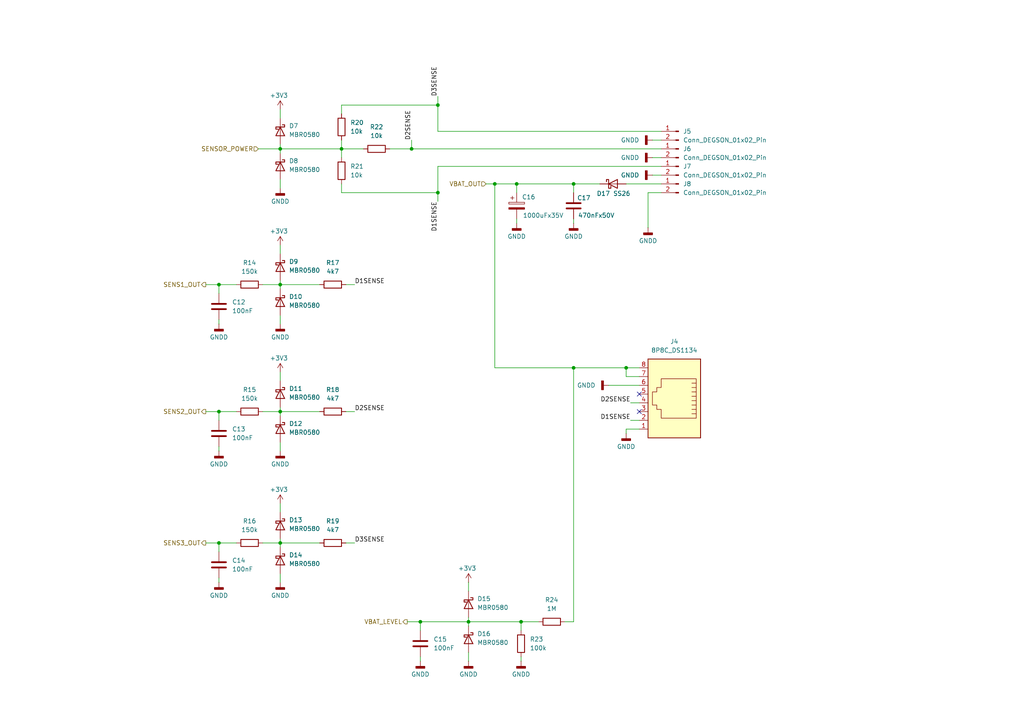
<source format=kicad_sch>
(kicad_sch (version 20250114) (generator "eeschema") (generator_version "9.0")
  (paper "A4")
  (lib_symbols
    (symbol "Device:C" (pin_numbers (hide yes)) (pin_names (offset 0.254))
      (property "Reference" "C" (at 0.635 2.54 0))
      (property "Value" "C" (at 0.635 -2.54 0))
      (symbol "C_0_1"
        (polyline (pts (xy -2.032 0.762) (xy 2.032 0.762)) (stroke (width 0.508)))
        (polyline (pts (xy -2.032 -0.762) (xy 2.032 -0.762)) (stroke (width 0.508)))
      )
      (symbol "C_1_1"
        (pin passive line (at 0 3.81 270) (length 2.794) (name "~") (number "1"))
        (pin passive line (at 0 -3.81 90) (length 2.794) (name "~") (number "2"))
      )
    )
    (symbol "Device:C_Polarized" (pin_numbers (hide yes)) (pin_names (offset 0.254))
      (property "Reference" "C" (at 0.635 2.54 0))
      (property "Value" "C_Polarized" (at 0.635 -2.54 0))
      (symbol "C_Polarized_0_1"
        (rectangle (start -2.286 0.508) (end 2.286 1.016))
        (polyline (pts (xy -1.778 2.286) (xy -0.762 2.286)))
        (polyline (pts (xy -1.27 2.794) (xy -1.27 1.778)))
        (rectangle (start 2.286 -0.508) (end -2.286 -1.016) (fill (type outline)))
      )
      (symbol "C_Polarized_1_1"
        (pin passive line (at 0 3.81 270) (length 2.794) (name "~") (number "1"))
        (pin passive line (at 0 -3.81 90) (length 2.794) (name "~") (number "2"))
      )
    )
    (symbol "Device:R" (pin_numbers (hide yes)) (pin_names (offset 0))
      (property "Reference" "R" (at 2.032 0 90))
      (property "Value" "R" (at 0 0 90))
      (symbol "R_0_1"
        (rectangle (start -1.016 -2.54) (end 1.016 2.54) (stroke (width 0.254)))
      )
      (symbol "R_1_1"
        (pin passive line (at 0 3.81 270) (length 1.27) (name "~") (number "1"))
        (pin passive line (at 0 -3.81 90) (length 1.27) (name "~") (number "2"))
      )
    )
    (symbol "Diode:MBR0580" (pin_numbers (hide yes)) (pin_names (offset 1.016) (hide yes))
      (property "Reference" "D" (at 0 2.54 0))
      (property "Value" "MBR0580" (at 0 -2.54 0))
      (symbol "MBR0580_0_1"
        (polyline (pts (xy -1.905 0.635) (xy -1.905 1.27) (xy -1.27 1.27) (xy -1.27 -1.27) (xy -0.635 -1.27) (xy -0.635 -0.635)) (stroke (width 0.254)))
        (polyline (pts (xy 1.27 1.27) (xy 1.27 -1.27) (xy -1.27 0) (xy 1.27 1.27)) (stroke (width 0.254)))
        (polyline (pts (xy 1.27 0) (xy -1.27 0)))
      )
      (symbol "MBR0580_1_1"
        (pin passive line (at -3.81 0 0) (length 2.54) (name "K") (number "1"))
        (pin passive line (at 3.81 0 180) (length 2.54) (name "A") (number "2"))
      )
    )
    (symbol "Diode:SS26" (pin_numbers (hide yes)) (pin_names (offset 1.016) (hide yes))
      (property "Reference" "D" (at 0 2.54 0))
      (property "Value" "SS26" (at 0 -2.54 0))
      (symbol "SS26_0_1"
        (polyline (pts (xy -1.905 0.635) (xy -1.905 1.27) (xy -1.27 1.27) (xy -1.27 -1.27) (xy -0.635 -1.27) (xy -0.635 -0.635)) (stroke (width 0.254)))
        (polyline (pts (xy 1.27 1.27) (xy 1.27 -1.27) (xy -1.27 0) (xy 1.27 1.27)) (stroke (width 0.254)))
        (polyline (pts (xy 1.27 0) (xy -1.27 0)))
      )
      (symbol "SS26_1_1"
        (pin passive line (at -3.81 0 0) (length 2.54) (name "K") (number "1"))
        (pin passive line (at 3.81 0 180) (length 2.54) (name "A") (number "2"))
      )
    )
    (symbol "power:+3.3V" (power) (pin_numbers (hide yes)) (pin_names (offset 0) (hide yes))
      (property "Value" "+3.3V" (at 0 3.556 0))
      (symbol "+3.3V_0_1"
        (polyline (pts (xy -0.762 1.27) (xy 0 2.54)))
        (polyline (pts (xy 0 2.54) (xy 0.762 1.27)))
        (polyline (pts (xy 0 0) (xy 0 2.54)))
      )
      (symbol "+3.3V_1_1"
        (pin power_in line (at 0 0 90) (length 0) (name "~") (number "1"))
      )
    )
    (symbol "power:GNDD" (power) (pin_numbers (hide yes)) (pin_names (offset 0) (hide yes))
      (property "Value" "GNDD" (at 0 -3.175 0))
      (symbol "GNDD_0_1"
        (rectangle (start -1.27 -1.524) (end 1.27 -2.032) (stroke (width 0.254)) (fill (type outline)))
        (polyline (pts (xy 0 0) (xy 0 -1.524)))
      )
      (symbol "GNDD_1_1"
        (pin power_in line (at 0 0 270) (length 0) (name "~") (number "1"))
      )
    )
    (symbol "symbols:8P8C_DS1134" (pin_names (offset 1.016))
      (property "Reference" "J" (at -5.08 13.97 0))
      (property "Value" "8P8C_DS1134" (at -6.604 -11.684 0))
      (symbol "8P8C_DS1134_0_1"
        (polyline (pts (xy -6.35 1.905) (xy -5.08 1.905) (xy -5.08 1.905)))
        (polyline (pts (xy -6.35 0.635) (xy -5.08 0.635) (xy -5.08 0.635)))
        (polyline (pts (xy -6.35 -0.635) (xy -5.08 -0.635) (xy -5.08 -0.635)))
        (polyline (pts (xy -6.35 -1.905) (xy -5.08 -1.905) (xy -5.08 -1.905)))
        (polyline (pts (xy -6.35 -3.175) (xy -5.08 -3.175) (xy -5.08 -3.175)))
        (polyline (pts (xy -6.35 -4.445) (xy -6.35 6.985) (xy 3.81 6.985) (xy 3.81 4.445) (xy 5.08 4.445) (xy 5.08 3.175) (xy 6.35 3.175) (xy 6.35 -0.635) (xy 5.08 -0.635) (xy 5.08 -1.905) (xy 3.81 -1.905) (xy 3.81 -4.445) (xy -6.35 -4.445) (xy -6.35 -4.445)))
        (polyline (pts (xy -5.08 5.715) (xy -6.35 5.715)))
        (polyline (pts (xy -5.08 4.445) (xy -6.35 4.445)))
        (polyline (pts (xy -5.08 3.175) (xy -6.35 3.175) (xy -6.35 3.175)))
        (rectangle (start 7.62 12.7) (end -7.62 -10.16) (stroke (width 0.254)) (fill (type background)))
      )
      (symbol "8P8C_DS1134_1_1"
        (pin passive line (at 10.16 10.16 180) (length 2.54) (name "~") (number "8"))
        (pin passive line (at 10.16 7.62 180) (length 2.54) (name "~") (number "7"))
        (pin passive line (at 10.16 5.08 180) (length 2.54) (name "~") (number "6"))
        (pin passive line (at 10.16 2.54 180) (length 2.54) (name "~") (number "5"))
        (pin passive line (at 10.16 0 180) (length 2.54) (name "~") (number "4"))
        (pin passive line (at 10.16 -2.54 180) (length 2.54) (name "~") (number "3"))
        (pin passive line (at 10.16 -5.08 180) (length 2.54) (name "~") (number "2"))
        (pin passive line (at 10.16 -7.62 180) (length 2.54) (name "~") (number "1"))
      )
    )
    (symbol "symbols:Conn_DEGSON_01x02_Pin" (pin_names (offset 1.016) (hide yes))
      (property "Reference" "J" (at 0 2.54 0))
      (property "Value" "Conn_DEGSON_01x02_Pin" (at 0 -5.08 0))
      (symbol "Conn_DEGSON_01x02_Pin_1_1"
        (rectangle (start 0.8636 0.127) (end 0 -0.127) (stroke (width 0.1524)) (fill (type outline)))
        (rectangle (start 0.8636 -2.413) (end 0 -2.667) (stroke (width 0.1524)) (fill (type outline)))
        (polyline (pts (xy 1.27 0) (xy 0.8636 0)) (stroke (width 0.1524)))
        (polyline (pts (xy 1.27 -2.54) (xy 0.8636 -2.54)) (stroke (width 0.1524)))
        (pin passive line (at 5.08 0 180) (length 3.81) (name "Pin_1") (number "1"))
        (pin passive line (at 5.08 -2.54 180) (length 3.81) (name "Pin_2") (number "2"))
      )
    )
  )
  (junction (at 63.5 119.38))
  (junction (at 99.06 43.18))
  (junction (at 121.92 180.34))
  (junction (at 135.89 180.34))
  (junction (at 166.37 106.68))
  (junction (at 149.86 53.34))
  (junction (at 63.5 82.55))
  (junction (at 81.28 43.18))
  (junction (at 81.28 119.38))
  (junction (at 127 55.88))
  (junction (at 81.28 82.55))
  (junction (at 119.38 43.18))
  (junction (at 151.13 180.34))
  (junction (at 181.61 106.68))
  (junction (at 81.28 157.48))
  (junction (at 63.5 157.48))
  (junction (at 143.51 53.34))
  (junction (at 127 30.48))
  (junction (at 166.37 53.34))
  (no_connect (at 185.42 119.38))
  (no_connect (at 185.42 114.3))
  (wire (pts (xy 119.38 43.18) (xy 191.77 43.18)))
  (wire (pts (xy 127 48.26) (xy 191.77 48.26)))
  (wire (pts (xy 63.5 82.55) (xy 63.5 85.09)))
  (wire (pts (xy 76.2 119.38) (xy 81.28 119.38)))
  (wire (pts (xy 121.92 180.34) (xy 121.92 182.88)))
  (wire (pts (xy 81.28 71.12) (xy 81.28 73.66)))
  (wire (pts (xy 187.96 55.88) (xy 187.96 66.04)))
  (wire (pts (xy 81.28 107.95) (xy 81.28 110.49)))
  (wire (pts (xy 81.28 43.18) (xy 81.28 44.45)))
  (wire (pts (xy 166.37 63.5) (xy 166.37 64.77)))
  (wire (pts (xy 81.28 82.55) (xy 92.71 82.55)))
  (wire (pts (xy 151.13 190.5) (xy 151.13 191.77)))
  (wire (pts (xy 166.37 53.34) (xy 173.99 53.34)))
  (wire (pts (xy 163.83 180.34) (xy 166.37 180.34)))
  (wire (pts (xy 59.69 157.48) (xy 63.5 157.48)))
  (wire (pts (xy 189.23 45.72) (xy 191.77 45.72)))
  (wire (pts (xy 99.06 30.48) (xy 127 30.48)))
  (wire (pts (xy 63.5 157.48) (xy 63.5 160.02)))
  (wire (pts (xy 135.89 180.34) (xy 151.13 180.34)))
  (wire (pts (xy 81.28 119.38) (xy 81.28 120.65)))
  (wire (pts (xy 63.5 157.48) (xy 68.58 157.48)))
  (wire (pts (xy 63.5 82.55) (xy 68.58 82.55)))
  (wire (pts (xy 189.23 50.8) (xy 191.77 50.8)))
  (wire (pts (xy 143.51 53.34) (xy 149.86 53.34)))
  (wire (pts (xy 81.28 118.11) (xy 81.28 119.38)))
  (wire (pts (xy 166.37 55.88) (xy 166.37 53.34)))
  (wire (pts (xy 127 38.1) (xy 191.77 38.1)))
  (wire (pts (xy 181.61 53.34) (xy 191.77 53.34)))
  (wire (pts (xy 81.28 156.21) (xy 81.28 157.48)))
  (wire (pts (xy 121.92 190.5) (xy 121.92 191.77)))
  (wire (pts (xy 135.89 189.23) (xy 135.89 191.77)))
  (wire (pts (xy 81.28 157.48) (xy 81.28 158.75)))
  (wire (pts (xy 185.42 111.76) (xy 176.53 111.76)))
  (wire (pts (xy 185.42 109.22) (xy 181.61 109.22)))
  (wire (pts (xy 99.06 40.64) (xy 99.06 43.18)))
  (wire (pts (xy 185.42 106.68) (xy 181.61 106.68)))
  (wire (pts (xy 81.28 52.07) (xy 81.28 54.61)))
  (wire (pts (xy 149.86 55.88) (xy 149.86 53.34)))
  (wire (pts (xy 118.11 180.34) (xy 121.92 180.34)))
  (wire (pts (xy 99.06 53.34) (xy 99.06 55.88)))
  (wire (pts (xy 151.13 180.34) (xy 151.13 182.88)))
  (wire (pts (xy 63.5 119.38) (xy 68.58 119.38)))
  (wire (pts (xy 166.37 106.68) (xy 166.37 180.34)))
  (wire (pts (xy 81.28 119.38) (xy 92.71 119.38)))
  (wire (pts (xy 143.51 53.34) (xy 143.51 106.68)))
  (wire (pts (xy 185.42 116.84) (xy 182.88 116.84)))
  (wire (pts (xy 149.86 53.34) (xy 166.37 53.34)))
  (wire (pts (xy 63.5 119.38) (xy 63.5 121.92)))
  (wire (pts (xy 166.37 106.68) (xy 181.61 106.68)))
  (wire (pts (xy 74.93 43.18) (xy 81.28 43.18)))
  (wire (pts (xy 140.97 53.34) (xy 143.51 53.34)))
  (wire (pts (xy 127 55.88) (xy 127 58.42)))
  (wire (pts (xy 81.28 31.75) (xy 81.28 34.29)))
  (wire (pts (xy 149.86 63.5) (xy 149.86 64.77)))
  (wire (pts (xy 76.2 157.48) (xy 81.28 157.48)))
  (wire (pts (xy 191.77 55.88) (xy 187.96 55.88)))
  (wire (pts (xy 143.51 106.68) (xy 166.37 106.68)))
  (wire (pts (xy 81.28 91.44) (xy 81.28 93.98)))
  (wire (pts (xy 185.42 121.92) (xy 182.88 121.92)))
  (wire (pts (xy 127 30.48) (xy 127 38.1)))
  (wire (pts (xy 99.06 43.18) (xy 99.06 45.72)))
  (wire (pts (xy 181.61 124.46) (xy 181.61 125.73)))
  (wire (pts (xy 113.03 43.18) (xy 119.38 43.18)))
  (wire (pts (xy 63.5 167.64) (xy 63.5 168.91)))
  (wire (pts (xy 189.23 40.64) (xy 191.77 40.64)))
  (wire (pts (xy 100.33 82.55) (xy 102.87 82.55)))
  (wire (pts (xy 81.28 82.55) (xy 81.28 83.82)))
  (wire (pts (xy 121.92 180.34) (xy 135.89 180.34)))
  (wire (pts (xy 135.89 179.07) (xy 135.89 180.34)))
  (wire (pts (xy 59.69 119.38) (xy 63.5 119.38)))
  (wire (pts (xy 151.13 180.34) (xy 156.21 180.34)))
  (wire (pts (xy 81.28 157.48) (xy 92.71 157.48)))
  (wire (pts (xy 99.06 30.48) (xy 99.06 33.02)))
  (wire (pts (xy 119.38 40.64) (xy 119.38 43.18)))
  (wire (pts (xy 81.28 166.37) (xy 81.28 168.91)))
  (wire (pts (xy 127 27.94) (xy 127 30.48)))
  (wire (pts (xy 81.28 128.27) (xy 81.28 130.81)))
  (wire (pts (xy 99.06 43.18) (xy 105.41 43.18)))
  (wire (pts (xy 81.28 146.05) (xy 81.28 148.59)))
  (wire (pts (xy 63.5 92.71) (xy 63.5 93.98)))
  (wire (pts (xy 63.5 129.54) (xy 63.5 130.81)))
  (wire (pts (xy 127 55.88) (xy 127 48.26)))
  (wire (pts (xy 185.42 124.46) (xy 181.61 124.46)))
  (wire (pts (xy 135.89 168.91) (xy 135.89 171.45)))
  (wire (pts (xy 135.89 180.34) (xy 135.89 181.61)))
  (wire (pts (xy 100.33 157.48) (xy 102.87 157.48)))
  (wire (pts (xy 100.33 119.38) (xy 102.87 119.38)))
  (wire (pts (xy 59.69 82.55) (xy 63.5 82.55)))
  (wire (pts (xy 99.06 55.88) (xy 127 55.88)))
  (wire (pts (xy 76.2 82.55) (xy 81.28 82.55)))
  (wire (pts (xy 81.28 81.28) (xy 81.28 82.55)))
  (wire (pts (xy 81.28 41.91) (xy 81.28 43.18)))
  (wire (pts (xy 181.61 109.22) (xy 181.61 106.68)))
  (wire (pts (xy 81.28 43.18) (xy 99.06 43.18)))
  (label "D2SENSE" (at 119.38 40.64 90))
  (label "D1SENSE" (at 102.87 82.55 0))
  (label "D3SENSE" (at 127 27.94 90))
  (label "D3SENSE" (at 102.87 157.48 0))
  (label "D2SENSE" (at 182.88 116.84 180))
  (label "D2SENSE" (at 102.87 119.38 0))
  (label "D1SENSE" (at 182.88 121.92 180))
  (label "D1SENSE" (at 127 58.42 270))
  (hierarchical_label "VBAT_OUT" (shape input) (at 140.97 53.34 180))
  (hierarchical_label "SENS1_OUT" (shape output) (at 59.69 82.55 180))
  (hierarchical_label "SENSOR_POWER" (shape input) (at 74.93 43.18 180))
  (hierarchical_label "SENS3_OUT" (shape output) (at 59.69 157.48 180))
  (hierarchical_label "SENS2_OUT" (shape output) (at 59.69 119.38 180))
  (hierarchical_label "VBAT_LEVEL" (shape output) (at 118.11 180.34 180))
  (symbol (lib_id "power:GNDD") (at 121.92 191.77 0) (unit 1)
    (property "Reference" "#PWR042" (effects (hide yes)))
    (property "Value" "GNDD" (at 121.92 195.58 0))
    (property "Description" "Power symbol creates a global label with name \"GNDD\" , digital ground" (effects (hide yes)))
  )
  (symbol (lib_id "power:GNDD") (at 81.28 168.91 0) (unit 1)
    (property "Reference" "#PWR041" (effects (hide yes)))
    (property "Value" "GNDD" (at 81.28 172.72 0))
    (property "Description" "Power symbol creates a global label with name \"GNDD\" , digital ground" (effects (hide yes)))
  )
  (symbol (lib_id "power:GNDD") (at 181.61 125.73 0) (mirror y) (unit 1)
    (property "Reference" "#PWR049" (effects (hide yes)))
    (property "Value" "GNDD" (at 181.61 129.54 0))
    (property "Description" "Power symbol creates a global label with name \"GNDD\" , digital ground" (effects (hide yes)))
  )
  (symbol (lib_id "power:GNDD") (at 189.23 50.8 270) (unit 1)
    (property "Reference" "#PWR053" (effects (hide yes)))
    (property "Value" "GNDD" (at 185.42 50.7999 90) (effects (justify right)))
    (property "Description" "Power symbol creates a global label with name \"GNDD\" , digital ground" (effects (hide yes)))
  )
  (symbol (lib_id "Device:R") (at 160.02 180.34 90) (unit 1)
    (property "Reference" "R24" (at 160.02 173.99 90))
    (property "Value" "1M" (at 160.02 176.53 90))
    (property "Footprint" "Resistor_SMD:R_0805_2012Metric_Pad1.20x1.40mm_HandSolder" (effects (hide yes)))
    (property "Description" "Resistor" (effects (hide yes)))
  )
  (symbol (lib_id "Device:C") (at 63.5 163.83 180) (unit 1)
    (property "Reference" "C14" (at 67.31 162.5599 0) (effects (justify right)))
    (property "Value" "100nF" (at 67.31 165.0999 0) (effects (justify right)))
    (property "Footprint" "Capacitor_SMD:C_0805_2012Metric_Pad1.18x1.45mm_HandSolder" (effects (hide yes)))
    (property "Description" "Unpolarized capacitor" (effects (hide yes)))
  )
  (symbol (lib_id "symbols:Conn_DEGSON_01x02_Pin") (at 196.85 48.26 0) (mirror y) (unit 1)
    (property "Reference" "J7" (at 198.12 48.2599 0) (effects (justify right)))
    (property "Value" "Conn_DEGSON_01x02_Pin" (at 198.12 50.7999 0) (effects (justify right)))
    (property "Footprint" "footprints:DEGSON_DG390-5.0-02P_1x02_P5.0mm_Vertical" (effects (hide yes)))
    (property "Datasheet" "kicad-embed://DG390-5.0-XXP-1Y-00A&Z(H).pdf" (effects (hide yes)))
    (property "Description" "Push-in connector horizontal, single row, 01x02, script generated" (effects (hide yes)))
  )
  (symbol (lib_id "symbols:Conn_DEGSON_01x02_Pin") (at 196.85 53.34 0) (mirror y) (unit 1)
    (property "Reference" "J8" (at 198.12 53.3399 0) (effects (justify right)))
    (property "Value" "Conn_DEGSON_01x02_Pin" (at 198.12 55.8799 0) (effects (justify right)))
    (property "Footprint" "footprints:DEGSON_DG390-5.0-02P_1x02_P5.0mm_Vertical" (effects (hide yes)))
    (property "Datasheet" "kicad-embed://DG390-5.0-XXP-1Y-00A&Z(H).pdf" (effects (hide yes)))
    (property "Description" "Push-in connector horizontal, single row, 01x02, script generated" (effects (hide yes)))
  )
  (symbol (lib_id "power:GNDD") (at 149.86 64.77 0) (unit 1)
    (property "Reference" "#PWR045" (effects (hide yes)))
    (property "Value" "GNDD" (at 149.86 68.58 0))
    (property "Description" "Power symbol creates a global label with name \"GNDD\" , digital ground" (effects (hide yes)))
  )
  (symbol (lib_id "Diode:MBR0580") (at 81.28 48.26 270) (unit 1)
    (property "Reference" "D8" (at 83.82 46.6724 90) (effects (justify left)))
    (property "Value" "MBR0580" (at 83.82 49.2124 90) (effects (justify left)))
    (property "Footprint" "Diode_SMD:D_SOD-123" (effects (hide yes)))
    (property "Datasheet" "http://www.mccsemi.com/up_pdf/MBR0520~MBR0580(SOD123).pdf" (effects (hide yes)))
    (property "Description" "80V 0.5A Schottky Power Rectifier Diode, SOD-123" (effects (hide yes)))
  )
  (symbol (lib_id "Device:C") (at 63.5 88.9 180) (unit 1)
    (property "Reference" "C12" (at 67.31 87.6299 0) (effects (justify right)))
    (property "Value" "100nF" (at 67.31 90.1699 0) (effects (justify right)))
    (property "Footprint" "Capacitor_SMD:C_0805_2012Metric_Pad1.18x1.45mm_HandSolder" (effects (hide yes)))
    (property "Description" "Unpolarized capacitor" (effects (hide yes)))
  )
  (symbol (lib_id "Device:R") (at 96.52 82.55 90) (unit 1)
    (property "Reference" "R17" (at 96.52 76.2 90))
    (property "Value" "4k7" (at 96.52 78.74 90))
    (property "Footprint" "Resistor_SMD:R_0805_2012Metric_Pad1.20x1.40mm_HandSolder" (effects (hide yes)))
    (property "Description" "Resistor" (effects (hide yes)))
  )
  (symbol (lib_id "Diode:MBR0580") (at 81.28 38.1 270) (unit 1)
    (property "Reference" "D7" (at 83.82 36.5124 90) (effects (justify left)))
    (property "Value" "MBR0580" (at 83.82 39.0524 90) (effects (justify left)))
    (property "Footprint" "Diode_SMD:D_SOD-123" (effects (hide yes)))
    (property "Datasheet" "http://www.mccsemi.com/up_pdf/MBR0520~MBR0580(SOD123).pdf" (effects (hide yes)))
    (property "Description" "80V 0.5A Schottky Power Rectifier Diode, SOD-123" (effects (hide yes)))
  )
  (symbol (lib_id "power:GNDD") (at 189.23 45.72 270) (unit 1)
    (property "Reference" "#PWR052" (effects (hide yes)))
    (property "Value" "GNDD" (at 185.42 45.7199 90) (effects (justify right)))
    (property "Description" "Power symbol creates a global label with name \"GNDD\" , digital ground" (effects (hide yes)))
  )
  (symbol (lib_id "power:GNDD") (at 81.28 93.98 0) (unit 1)
    (property "Reference" "#PWR037" (effects (hide yes)))
    (property "Value" "GNDD" (at 81.28 97.79 0))
    (property "Description" "Power symbol creates a global label with name \"GNDD\" , digital ground" (effects (hide yes)))
  )
  (symbol (lib_id "power:+3.3V") (at 135.89 168.91 0) (unit 1)
    (property "Reference" "#PWR043" (effects (hide yes)))
    (property "Value" "+3V3" (at 132.842 164.846 0) (effects (justify left)))
    (property "Description" "Power symbol creates a global label with name \"+3.3V\"" (effects (hide yes)))
  )
  (symbol (lib_id "power:GNDD") (at 187.96 66.04 0) (unit 1)
    (property "Reference" "#PWR050" (effects (hide yes)))
    (property "Value" "GNDD" (at 187.96 69.85 0))
    (property "Description" "Power symbol creates a global label with name \"GNDD\" , digital ground" (effects (hide yes)))
  )
  (symbol (lib_id "symbols:Conn_DEGSON_01x02_Pin") (at 196.85 38.1 0) (mirror y) (unit 1)
    (property "Reference" "J5" (at 198.12 38.0999 0) (effects (justify right)))
    (property "Value" "Conn_DEGSON_01x02_Pin" (at 198.12 40.6399 0) (effects (justify right)))
    (property "Footprint" "footprints:DEGSON_DG390-5.0-02P_1x02_P5.0mm_Vertical" (effects (hide yes)))
    (property "Datasheet" "kicad-embed://DG390-5.0-XXP-1Y-00A&Z(H).pdf" (effects (hide yes)))
    (property "Description" "Push-in connector horizontal, single row, 01x02, script generated" (effects (hide yes)))
  )
  (symbol (lib_id "Device:R") (at 96.52 119.38 90) (unit 1)
    (property "Reference" "R18" (at 96.52 113.03 90))
    (property "Value" "4k7" (at 96.52 115.57 90))
    (property "Footprint" "Resistor_SMD:R_0805_2012Metric_Pad1.20x1.40mm_HandSolder" (effects (hide yes)))
    (property "Description" "Resistor" (effects (hide yes)))
  )
  (symbol (lib_id "power:GNDD") (at 81.28 130.81 0) (unit 1)
    (property "Reference" "#PWR039" (effects (hide yes)))
    (property "Value" "GNDD" (at 81.28 134.62 0))
    (property "Description" "Power symbol creates a global label with name \"GNDD\" , digital ground" (effects (hide yes)))
  )
  (symbol (lib_id "Device:R") (at 151.13 186.69 0) (unit 1)
    (property "Reference" "R23" (at 153.67 185.4199 0) (effects (justify left)))
    (property "Value" "100k" (at 153.67 187.9599 0) (effects (justify left)))
    (property "Footprint" "Resistor_SMD:R_0805_2012Metric_Pad1.20x1.40mm_HandSolder" (effects (hide yes)))
    (property "Description" "Resistor" (effects (hide yes)))
  )
  (symbol (lib_id "power:+3.3V") (at 81.28 31.75 0) (unit 1)
    (property "Reference" "#PWR034" (effects (hide yes)))
    (property "Value" "+3V3" (at 78.232 27.686 0) (effects (justify left)))
    (property "Description" "Power symbol creates a global label with name \"+3.3V\"" (effects (hide yes)))
  )
  (symbol (lib_id "symbols:8P8C_DS1134") (at 195.58 116.84 0) (mirror y) (unit 1)
    (property "Reference" "J4" (at 195.58 99.06 0))
    (property "Value" "8P8C_DS1134" (at 195.58 101.6 0))
    (property "Footprint" "footprints:RJ45_DS1134-8P8CX_Horizontal" (effects (hide yes)))
    (property "Datasheet" "kicad-embed://DS1134.pdf" (effects (hide yes)))
    (property "Description" "RJ connector, 8P8C (8 positions 8 connected), RJ31/RJ32/RJ33/RJ34/RJ35/RJ41/RJ45/RJ49/RJ61" (effects (hide yes)))
  )
  (symbol (lib_id "power:GNDD") (at 63.5 93.98 0) (unit 1)
    (property "Reference" "#PWR031" (effects (hide yes)))
    (property "Value" "GNDD" (at 63.5 97.79 0))
    (property "Description" "Power symbol creates a global label with name \"GNDD\" , digital ground" (effects (hide yes)))
  )
  (symbol (lib_id "Device:C") (at 166.37 59.69 0) (unit 1)
    (property "Reference" "C17" (at 167.386 57.404 0) (effects (justify left)))
    (property "Value" "470nFx50V" (at 167.64 62.484 0) (effects (justify left)))
    (property "Footprint" "Capacitor_SMD:C_0805_2012Metric_Pad1.18x1.45mm_HandSolder" (effects (hide yes)))
    (property "Description" "Unpolarized capacitor" (effects (hide yes)))
  )
  (symbol (lib_id "Diode:SS26") (at 177.8 53.34 0) (unit 1)
    (property "Reference" "D17" (at 175.006 56.134 0))
    (property "Value" "SS26" (at 180.34 56.134 0))
    (property "Footprint" "Diode_SMD:D_SMA" (effects (hide yes)))
    (property "Datasheet" "https://www.vishay.com/docs/88748/ss22.pdf" (effects (hide yes)))
    (property "Description" "60V 2A Schottky Diode, SMA" (effects (hide yes)))
  )
  (symbol (lib_id "Diode:MBR0580") (at 135.89 185.42 270) (unit 1)
    (property "Reference" "D16" (at 138.43 183.8324 90) (effects (justify left)))
    (property "Value" "MBR0580" (at 138.43 186.3724 90) (effects (justify left)))
    (property "Footprint" "Diode_SMD:D_SOD-123" (effects (hide yes)))
    (property "Datasheet" "http://www.mccsemi.com/up_pdf/MBR0520~MBR0580(SOD123).pdf" (effects (hide yes)))
    (property "Description" "80V 0.5A Schottky Power Rectifier Diode, SOD-123" (effects (hide yes)))
  )
  (symbol (lib_id "power:GNDD") (at 176.53 111.76 270) (mirror x) (unit 1)
    (property "Reference" "#PWR048" (effects (hide yes)))
    (property "Value" "GNDD" (at 172.72 111.7599 90) (effects (justify right)))
    (property "Description" "Power symbol creates a global label with name \"GNDD\" , digital ground" (effects (hide yes)))
  )
  (symbol (lib_id "power:GNDD") (at 135.89 191.77 0) (unit 1)
    (property "Reference" "#PWR044" (effects (hide yes)))
    (property "Value" "GNDD" (at 135.89 195.58 0))
    (property "Description" "Power symbol creates a global label with name \"GNDD\" , digital ground" (effects (hide yes)))
  )
  (symbol (lib_id "power:GNDD") (at 63.5 168.91 0) (unit 1)
    (property "Reference" "#PWR033" (effects (hide yes)))
    (property "Value" "GNDD" (at 63.5 172.72 0))
    (property "Description" "Power symbol creates a global label with name \"GNDD\" , digital ground" (effects (hide yes)))
  )
  (symbol (lib_id "Device:C_Polarized") (at 149.86 59.69 0) (unit 1)
    (property "Reference" "C16" (at 151.384 57.15 0) (effects (justify left)))
    (property "Value" "1000uFx35V" (at 151.638 62.484 0) (effects (justify left)))
    (property "Footprint" "Capacitor_THT:CP_Radial_D12.5mm_P5.00mm" (effects (hide yes)))
    (property "Description" "Polarized capacitor" (effects (hide yes)))
  )
  (symbol (lib_id "Diode:MBR0580") (at 81.28 162.56 270) (unit 1)
    (property "Reference" "D14" (at 83.82 160.9724 90) (effects (justify left)))
    (property "Value" "MBR0580" (at 83.82 163.5124 90) (effects (justify left)))
    (property "Footprint" "Diode_SMD:D_SOD-123" (effects (hide yes)))
    (property "Datasheet" "http://www.mccsemi.com/up_pdf/MBR0520~MBR0580(SOD123).pdf" (effects (hide yes)))
    (property "Description" "80V 0.5A Schottky Power Rectifier Diode, SOD-123" (effects (hide yes)))
  )
  (symbol (lib_id "power:+3.3V") (at 81.28 107.95 0) (unit 1)
    (property "Reference" "#PWR038" (effects (hide yes)))
    (property "Value" "+3V3" (at 78.232 103.886 0) (effects (justify left)))
    (property "Description" "Power symbol creates a global label with name \"+3.3V\"" (effects (hide yes)))
  )
  (symbol (lib_id "Device:R") (at 99.06 36.83 0) (unit 1)
    (property "Reference" "R20" (at 101.6 35.5599 0) (effects (justify left)))
    (property "Value" "10k" (at 101.6 38.0999 0) (effects (justify left)))
    (property "Footprint" "Resistor_SMD:R_0805_2012Metric_Pad1.20x1.40mm_HandSolder" (effects (hide yes)))
    (property "Description" "Resistor" (effects (hide yes)))
  )
  (symbol (lib_id "Device:C") (at 121.92 186.69 180) (unit 1)
    (property "Reference" "C15" (at 125.73 185.4199 0) (effects (justify right)))
    (property "Value" "100nF" (at 125.73 187.9599 0) (effects (justify right)))
    (property "Footprint" "Capacitor_SMD:C_0805_2012Metric_Pad1.18x1.45mm_HandSolder" (effects (hide yes)))
    (property "Description" "Unpolarized capacitor" (effects (hide yes)))
  )
  (symbol (lib_id "Diode:MBR0580") (at 81.28 152.4 270) (unit 1)
    (property "Reference" "D13" (at 83.82 150.8124 90) (effects (justify left)))
    (property "Value" "MBR0580" (at 83.82 153.3524 90) (effects (justify left)))
    (property "Footprint" "Diode_SMD:D_SOD-123" (effects (hide yes)))
    (property "Datasheet" "http://www.mccsemi.com/up_pdf/MBR0520~MBR0580(SOD123).pdf" (effects (hide yes)))
    (property "Description" "80V 0.5A Schottky Power Rectifier Diode, SOD-123" (effects (hide yes)))
  )
  (symbol (lib_id "Device:R") (at 99.06 49.53 0) (unit 1)
    (property "Reference" "R21" (at 101.6 48.2599 0) (effects (justify left)))
    (property "Value" "10k" (at 101.6 50.7999 0) (effects (justify left)))
    (property "Footprint" "Resistor_SMD:R_0805_2012Metric_Pad1.20x1.40mm_HandSolder" (effects (hide yes)))
    (property "Description" "Resistor" (effects (hide yes)))
  )
  (symbol (lib_id "Device:R") (at 72.39 157.48 90) (unit 1)
    (property "Reference" "R16" (at 72.39 151.13 90))
    (property "Value" "150k" (at 72.39 153.67 90))
    (property "Footprint" "Resistor_SMD:R_0805_2012Metric_Pad1.20x1.40mm_HandSolder" (effects (hide yes)))
    (property "Description" "Resistor" (effects (hide yes)))
  )
  (symbol (lib_id "power:+3.3V") (at 81.28 146.05 0) (unit 1)
    (property "Reference" "#PWR040" (effects (hide yes)))
    (property "Value" "+3V3" (at 78.232 141.986 0) (effects (justify left)))
    (property "Description" "Power symbol creates a global label with name \"+3.3V\"" (effects (hide yes)))
  )
  (symbol (lib_id "power:GNDD") (at 166.37 64.77 0) (unit 1)
    (property "Reference" "#PWR047" (effects (hide yes)))
    (property "Value" "GNDD" (at 166.37 68.58 0))
    (property "Description" "Power symbol creates a global label with name \"GNDD\" , digital ground" (effects (hide yes)))
  )
  (symbol (lib_id "Device:C") (at 63.5 125.73 180) (unit 1)
    (property "Reference" "C13" (at 67.31 124.4599 0) (effects (justify right)))
    (property "Value" "100nF" (at 67.31 126.9999 0) (effects (justify right)))
    (property "Footprint" "Capacitor_SMD:C_0805_2012Metric_Pad1.18x1.45mm_HandSolder" (effects (hide yes)))
    (property "Description" "Unpolarized capacitor" (effects (hide yes)))
  )
  (symbol (lib_id "power:GNDD") (at 81.28 54.61 0) (unit 1)
    (property "Reference" "#PWR035" (effects (hide yes)))
    (property "Value" "GNDD" (at 81.28 58.42 0))
    (property "Description" "Power symbol creates a global label with name \"GNDD\" , digital ground" (effects (hide yes)))
  )
  (symbol (lib_id "Diode:MBR0580") (at 81.28 77.47 270) (unit 1)
    (property "Reference" "D9" (at 83.82 75.8824 90) (effects (justify left)))
    (property "Value" "MBR0580" (at 83.82 78.4224 90) (effects (justify left)))
    (property "Footprint" "Diode_SMD:D_SOD-123" (effects (hide yes)))
    (property "Datasheet" "http://www.mccsemi.com/up_pdf/MBR0520~MBR0580(SOD123).pdf" (effects (hide yes)))
    (property "Description" "80V 0.5A Schottky Power Rectifier Diode, SOD-123" (effects (hide yes)))
  )
  (symbol (lib_id "Diode:MBR0580") (at 81.28 114.3 270) (unit 1)
    (property "Reference" "D11" (at 83.82 112.7124 90) (effects (justify left)))
    (property "Value" "MBR0580" (at 83.82 115.2524 90) (effects (justify left)))
    (property "Footprint" "Diode_SMD:D_SOD-123" (effects (hide yes)))
    (property "Datasheet" "http://www.mccsemi.com/up_pdf/MBR0520~MBR0580(SOD123).pdf" (effects (hide yes)))
    (property "Description" "80V 0.5A Schottky Power Rectifier Diode, SOD-123" (effects (hide yes)))
  )
  (symbol (lib_id "power:GNDD") (at 63.5 130.81 0) (unit 1)
    (property "Reference" "#PWR032" (effects (hide yes)))
    (property "Value" "GNDD" (at 63.5 134.62 0))
    (property "Description" "Power symbol creates a global label with name \"GNDD\" , digital ground" (effects (hide yes)))
  )
  (symbol (lib_id "Device:R") (at 109.22 43.18 90) (unit 1)
    (property "Reference" "R22" (at 109.22 36.83 90))
    (property "Value" "10k" (at 109.22 39.37 90))
    (property "Footprint" "Resistor_SMD:R_0805_2012Metric_Pad1.20x1.40mm_HandSolder" (effects (hide yes)))
    (property "Description" "Resistor" (effects (hide yes)))
  )
  (symbol (lib_id "Diode:MBR0580") (at 81.28 124.46 270) (unit 1)
    (property "Reference" "D12" (at 83.82 122.8724 90) (effects (justify left)))
    (property "Value" "MBR0580" (at 83.82 125.4124 90) (effects (justify left)))
    (property "Footprint" "Diode_SMD:D_SOD-123" (effects (hide yes)))
    (property "Datasheet" "http://www.mccsemi.com/up_pdf/MBR0520~MBR0580(SOD123).pdf" (effects (hide yes)))
    (property "Description" "80V 0.5A Schottky Power Rectifier Diode, SOD-123" (effects (hide yes)))
  )
  (symbol (lib_id "Device:R") (at 96.52 157.48 90) (unit 1)
    (property "Reference" "R19" (at 96.52 151.13 90))
    (property "Value" "4k7" (at 96.52 153.67 90))
    (property "Footprint" "Resistor_SMD:R_0805_2012Metric_Pad1.20x1.40mm_HandSolder" (effects (hide yes)))
    (property "Description" "Resistor" (effects (hide yes)))
  )
  (symbol (lib_id "Diode:MBR0580") (at 81.28 87.63 270) (unit 1)
    (property "Reference" "D10" (at 83.82 86.0424 90) (effects (justify left)))
    (property "Value" "MBR0580" (at 83.82 88.5824 90) (effects (justify left)))
    (property "Footprint" "Diode_SMD:D_SOD-123" (effects (hide yes)))
    (property "Datasheet" "http://www.mccsemi.com/up_pdf/MBR0520~MBR0580(SOD123).pdf" (effects (hide yes)))
    (property "Description" "80V 0.5A Schottky Power Rectifier Diode, SOD-123" (effects (hide yes)))
  )
  (symbol (lib_id "symbols:Conn_DEGSON_01x02_Pin") (at 196.85 43.18 0) (mirror y) (unit 1)
    (property "Reference" "J6" (at 198.12 43.1799 0) (effects (justify right)))
    (property "Value" "Conn_DEGSON_01x02_Pin" (at 198.12 45.7199 0) (effects (justify right)))
    (property "Footprint" "footprints:DEGSON_DG390-5.0-02P_1x02_P5.0mm_Vertical" (effects (hide yes)))
    (property "Datasheet" "kicad-embed://DG390-5.0-XXP-1Y-00A&Z(H).pdf" (effects (hide yes)))
    (property "Description" "Push-in connector horizontal, single row, 01x02, script generated" (effects (hide yes)))
  )
  (symbol (lib_id "Device:R") (at 72.39 119.38 90) (unit 1)
    (property "Reference" "R15" (at 72.39 113.03 90))
    (property "Value" "150k" (at 72.39 115.57 90))
    (property "Footprint" "Resistor_SMD:R_0805_2012Metric_Pad1.20x1.40mm_HandSolder" (effects (hide yes)))
    (property "Description" "Resistor" (effects (hide yes)))
  )
  (symbol (lib_id "power:GNDD") (at 189.23 40.64 270) (unit 1)
    (property "Reference" "#PWR051" (effects (hide yes)))
    (property "Value" "GNDD" (at 185.42 40.6399 90) (effects (justify right)))
    (property "Description" "Power symbol creates a global label with name \"GNDD\" , digital ground" (effects (hide yes)))
  )
  (symbol (lib_id "Device:R") (at 72.39 82.55 90) (unit 1)
    (property "Reference" "R14" (at 72.39 76.2 90))
    (property "Value" "150k" (at 72.39 78.74 90))
    (property "Footprint" "Resistor_SMD:R_0805_2012Metric_Pad1.20x1.40mm_HandSolder" (effects (hide yes)))
    (property "Description" "Resistor" (effects (hide yes)))
  )
  (symbol (lib_id "Diode:MBR0580") (at 135.89 175.26 270) (unit 1)
    (property "Reference" "D15" (at 138.43 173.6724 90) (effects (justify left)))
    (property "Value" "MBR0580" (at 138.43 176.2124 90) (effects (justify left)))
    (property "Footprint" "Diode_SMD:D_SOD-123" (effects (hide yes)))
    (property "Datasheet" "http://www.mccsemi.com/up_pdf/MBR0520~MBR0580(SOD123).pdf" (effects (hide yes)))
    (property "Description" "80V 0.5A Schottky Power Rectifier Diode, SOD-123" (effects (hide yes)))
  )
  (symbol (lib_id "power:GNDD") (at 151.13 191.77 0) (unit 1)
    (property "Reference" "#PWR046" (effects (hide yes)))
    (property "Value" "GNDD" (at 151.13 195.58 0))
    (property "Description" "Power symbol creates a global label with name \"GNDD\" , digital ground" (effects (hide yes)))
  )
  (symbol (lib_id "power:+3.3V") (at 81.28 71.12 0) (unit 1)
    (property "Reference" "#PWR036" (effects (hide yes)))
    (property "Value" "+3V3" (at 78.232 67.056 0) (effects (justify left)))
    (property "Description" "Power symbol creates a global label with name \"+3.3V\"" (effects (hide yes)))
  )
)
</source>
